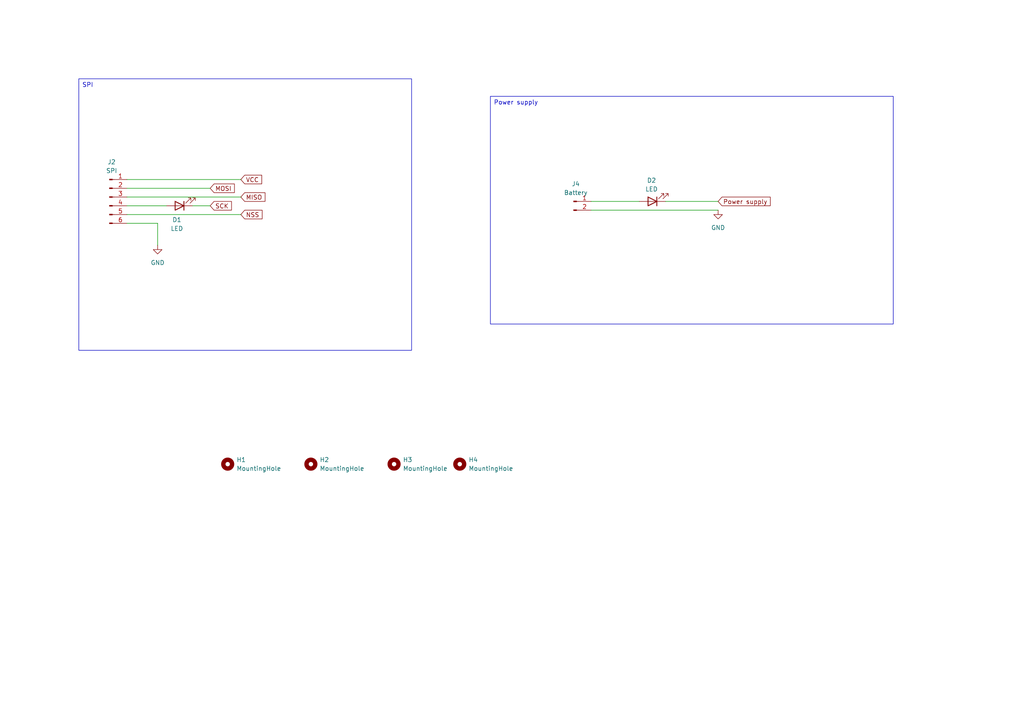
<source format=kicad_sch>
(kicad_sch (version 20231120) (generator "eeschema") (generator_version "8.0")
  (paper "A4")
  (title_block (title "#{Title}") (date "2025-03-20") (rev "${Version}") (company "${Author}"))
  (lib_symbols
    (symbol "Connector:Conn_01x02_Pin" (pin_names (offset 1.016) hide)
      (property "Reference" "J" (at 0 2.54 0))
      (property "Value" "Conn_01x02_Pin" (at 0 -5.08 0))
      (symbol "Conn_01x02_Pin_1_1"
        (polyline (pts (xy 1.27 -2.54) (xy 0.8636 -2.54)) (stroke (width 0.1524)))
        (polyline (pts (xy 1.27 0) (xy 0.8636 0)) (stroke (width 0.1524)))
        (rectangle (start 0.8636 -2.413) (end 0 -2.667) (stroke (width 0.1524)) (fill (type outline)))
        (rectangle (start 0.8636 0.127) (end 0 -0.127) (stroke (width 0.1524)) (fill (type outline)))
        (pin passive line (at 5.08 0 180) (length 3.81) (name "Pin_1") (number "1"))
        (pin passive line (at 5.08 -2.54 180) (length 3.81) (name "Pin_2") (number "2"))
      )
    )
    (symbol "Connector:Conn_01x06_Pin" (pin_names (offset 1.016) hide)
      (property "Reference" "J" (at 0 7.62 0))
      (property "Value" "Conn_01x06_Pin" (at 0 -10.16 0))
      (symbol "Conn_01x06_Pin_1_1"
        (polyline (pts (xy 1.27 -7.62) (xy 0.8636 -7.62)) (stroke (width 0.1524)))
        (polyline (pts (xy 1.27 -5.08) (xy 0.8636 -5.08)) (stroke (width 0.1524)))
        (polyline (pts (xy 1.27 -2.54) (xy 0.8636 -2.54)) (stroke (width 0.1524)))
        (polyline (pts (xy 1.27 0) (xy 0.8636 0)) (stroke (width 0.1524)))
        (polyline (pts (xy 1.27 2.54) (xy 0.8636 2.54)) (stroke (width 0.1524)))
        (polyline (pts (xy 1.27 5.08) (xy 0.8636 5.08)) (stroke (width 0.1524)))
        (rectangle (start 0.8636 -7.493) (end 0 -7.747) (stroke (width 0.1524)) (fill (type outline)))
        (rectangle (start 0.8636 -4.953) (end 0 -5.207) (stroke (width 0.1524)) (fill (type outline)))
        (rectangle (start 0.8636 -2.413) (end 0 -2.667) (stroke (width 0.1524)) (fill (type outline)))
        (rectangle (start 0.8636 0.127) (end 0 -0.127) (stroke (width 0.1524)) (fill (type outline)))
        (rectangle (start 0.8636 2.667) (end 0 2.413) (stroke (width 0.1524)) (fill (type outline)))
        (rectangle (start 0.8636 5.207) (end 0 4.953) (stroke (width 0.1524)) (fill (type outline)))
        (pin passive line (at 5.08 5.08 180) (length 3.81) (name "Pin_1") (number "1"))
        (pin passive line (at 5.08 2.54 180) (length 3.81) (name "Pin_2") (number "2"))
        (pin passive line (at 5.08 0 180) (length 3.81) (name "Pin_3") (number "3"))
        (pin passive line (at 5.08 -2.54 180) (length 3.81) (name "Pin_4") (number "4"))
        (pin passive line (at 5.08 -5.08 180) (length 3.81) (name "Pin_5") (number "5"))
        (pin passive line (at 5.08 -7.62 180) (length 3.81) (name "Pin_6") (number "6"))
      )
    )
    (symbol "Device:LED" (pin_numbers hide) (pin_names (offset 1.016) hide)
      (property "Reference" "D" (at 0 2.54 0))
      (property "Value" "LED" (at 0 -2.54 0))
      (symbol "LED_0_1"
        (polyline (pts (xy -1.27 -1.27) (xy -1.27 1.27)) (stroke (width 0.254)))
        (polyline (pts (xy -1.27 0) (xy 1.27 0)))
        (polyline (pts (xy 1.27 -1.27) (xy 1.27 1.27) (xy -1.27 0) (xy 1.27 -1.27)) (stroke (width 0.254)))
        (polyline (pts (xy -3.048 -0.762) (xy -4.572 -2.286) (xy -3.81 -2.286) (xy -4.572 -2.286) (xy -4.572 -1.524)))
        (polyline (pts (xy -1.778 -0.762) (xy -3.302 -2.286) (xy -2.54 -2.286) (xy -3.302 -2.286) (xy -3.302 -1.524)))
      )
      (symbol "LED_1_1"
        (pin passive line (at -3.81 0 0) (length 2.54) (name "K") (number "1"))
        (pin passive line (at 3.81 0 180) (length 2.54) (name "A") (number "2"))
      )
    )
    (symbol "Mechanical:MountingHole" (pin_names (offset 1.016)) (exclude_from_sim yes) (in_bom no)
      (property "Reference" "H" (at 0 5.08 0))
      (property "Value" "MountingHole" (at 0 3.175 0))
      (symbol "MountingHole_0_1"
        (circle (center 0 0) (radius 1.27) (stroke (width 1.27)))
      )
    )
    (symbol "power:GND" (power) (pin_numbers hide) (pin_names (offset 0) hide)
      (property "Value" "GND" (at 0 -3.81 0))
      (symbol "GND_0_1"
        (polyline (pts (xy 0 0) (xy 0 -1.27) (xy 1.27 -1.27) (xy 0 -2.54) (xy -1.27 -1.27) (xy 0 -1.27)))
      )
      (symbol "GND_1_1"
        (pin power_in line (at 0 0 270) (length 0) (name "~") (number "1"))
      )
    )
  )
  (wire (pts (xy 45.72 64.77) (xy 45.72 71.12)))
  (wire (pts (xy 36.83 52.07) (xy 69.85 52.07)))
  (wire (pts (xy 171.45 58.42) (xy 185.42 58.42)))
  (wire (pts (xy 36.83 54.61) (xy 60.96 54.61)))
  (wire (pts (xy 36.83 64.77) (xy 45.72 64.77)))
  (wire (pts (xy 55.88 59.69) (xy 60.96 59.69)))
  (wire (pts (xy 36.83 57.15) (xy 69.85 57.15)))
  (wire (pts (xy 171.45 60.96) (xy 208.28 60.96)))
  (wire (pts (xy 193.04 58.42) (xy 208.28 58.42)))
  (wire (pts (xy 36.83 62.23) (xy 69.85 62.23)))
  (wire (pts (xy 36.83 59.69) (xy 48.26 59.69)))
  (text_box "SPI" (at 22.86 22.86 0) (size 96.52 78.74) (effects (font (size 1.27 1.27)) (justify left top)))
  (text_box "Power supply" (at 142.24 27.94 0) (size 116.84 66.04) (effects (font (size 1.27 1.27)) (justify left top)))
  (global_label "SCK" (shape input) (at 60.96 59.69 0) (property "Intersheetrefs" "${INTERSHEET_REFS}" (effects (hide yes))))
  (global_label "MISO" (shape input) (at 69.85 57.15 0) (property "Intersheetrefs" "${INTERSHEET_REFS}" (effects (hide yes))))
  (global_label "Power supply" (shape input) (at 208.28 58.42 0) (property "Intersheetrefs" "${INTERSHEET_REFS}" (effects (hide yes))))
  (global_label "NSS" (shape input) (at 69.85 62.23 0) (property "Intersheetrefs" "${INTERSHEET_REFS}" (effects (hide yes))))
  (global_label "MOSI" (shape input) (at 60.96 54.61 0) (property "Intersheetrefs" "${INTERSHEET_REFS}" (effects (hide yes))))
  (global_label "VCC" (shape input) (at 69.85 52.07 0) (property "Intersheetrefs" "${INTERSHEET_REFS}" (effects (hide yes))))
  (symbol (lib_id "Mechanical:MountingHole") (at 66.04 134.62 0) (unit 1) (exclude_from_sim yes) (in_bom no)
    (property "Reference" "H1" (at 68.58 133.3499 0) (effects (justify left)))
    (property "Value" "MountingHole" (at 68.58 135.8899 0) (effects (justify left)))
    (property "Footprint" "MountingHole:MountingHole_2.2mm_M2_DIN965_Pad" (effects (hide yes)))
    (property "Description" "Mounting Hole without connection" (effects (hide yes)))
  )
  (symbol (lib_id "Device:LED") (at 52.07 59.69 180) (unit 1)
    (property "Reference" "D1" (at 51.308 63.754 0))
    (property "Value" "LED" (at 51.308 66.294 0))
    (property "Footprint" "LED_SMD:LED_0603_1608Metric" (effects (hide yes)))
    (property "Description" "Light emitting diode" (effects (hide yes)))
  )
  (symbol (lib_id "Device:LED") (at 189.23 58.42 180) (unit 1)
    (property "Reference" "D2" (at 188.976 52.324 0))
    (property "Value" "LED" (at 188.976 54.864 0))
    (property "Footprint" "LED_SMD:LED_0603_1608Metric" (effects (hide yes)))
    (property "Description" "Light emitting diode" (effects (hide yes)))
  )
  (symbol (lib_id "power:GND") (at 208.28 60.96 0) (unit 1)
    (property "Reference" "#PWR011" (effects (hide yes)))
    (property "Value" "GND" (at 208.28 66.04 0))
    (property "Description" "Power symbol creates a global label with name \"GND\" , ground" (effects (hide yes)))
  )
  (symbol (lib_id "Mechanical:MountingHole") (at 114.3 134.62 0) (unit 1) (exclude_from_sim yes) (in_bom no)
    (property "Reference" "H3" (at 116.84 133.3499 0) (effects (justify left)))
    (property "Value" "MountingHole" (at 116.84 135.8899 0) (effects (justify left)))
    (property "Footprint" "MountingHole:MountingHole_2.2mm_M2_DIN965_Pad" (effects (hide yes)))
    (property "Description" "Mounting Hole without connection" (effects (hide yes)))
  )
  (symbol (lib_id "Mechanical:MountingHole") (at 133.35 134.62 0) (unit 1) (exclude_from_sim yes) (in_bom no)
    (property "Reference" "H4" (at 135.89 133.3499 0) (effects (justify left)))
    (property "Value" "MountingHole" (at 135.89 135.8899 0) (effects (justify left)))
    (property "Footprint" "MountingHole:MountingHole_2.2mm_M2_DIN965_Pad" (effects (hide yes)))
    (property "Description" "Mounting Hole without connection" (effects (hide yes)))
  )
  (symbol (lib_id "Connector:Conn_01x06_Pin") (at 31.75 57.15 0) (unit 1)
    (property "Reference" "J2" (at 32.385 46.99 0))
    (property "Value" "SPI" (at 32.385 49.53 0))
    (property "Footprint" "Connector_Samtec_HPM_THT:Samtec_HPM-06-01-x-S_Straight_1x06_Pitch5.08mm" (effects (hide yes)))
    (property "Description" "Generic connector, single row, 01x06, script generated" (effects (hide yes)))
  )
  (symbol (lib_id "Connector:Conn_01x02_Pin") (at 166.37 58.42 0) (unit 1)
    (property "Reference" "J4" (at 167.005 53.34 0))
    (property "Value" "Battery" (at 167.005 55.88 0))
    (property "Footprint" "Connector_Samtec_HPM_THT:Samtec_HPM-02-01-x-S_Straight_1x02_Pitch5.08mm" (effects (hide yes)))
    (property "Description" "Generic connector, single row, 01x02, script generated" (effects (hide yes)))
  )
  (symbol (lib_id "power:GND") (at 45.72 71.12 0) (unit 1)
    (property "Reference" "#PWR09" (effects (hide yes)))
    (property "Value" "GND" (at 45.72 76.2 0))
    (property "Description" "Power symbol creates a global label with name \"GND\" , ground" (effects (hide yes)))
  )
  (symbol (lib_id "Mechanical:MountingHole") (at 90.17 134.62 0) (unit 1) (exclude_from_sim yes) (in_bom no)
    (property "Reference" "H2" (at 92.71 133.3499 0) (effects (justify left)))
    (property "Value" "MountingHole" (at 92.71 135.8899 0) (effects (justify left)))
    (property "Footprint" "MountingHole:MountingHole_2.2mm_M2_DIN965_Pad" (effects (hide yes)))
    (property "Description" "Mounting Hole without connection" (effects (hide yes)))
  )
)
</source>
